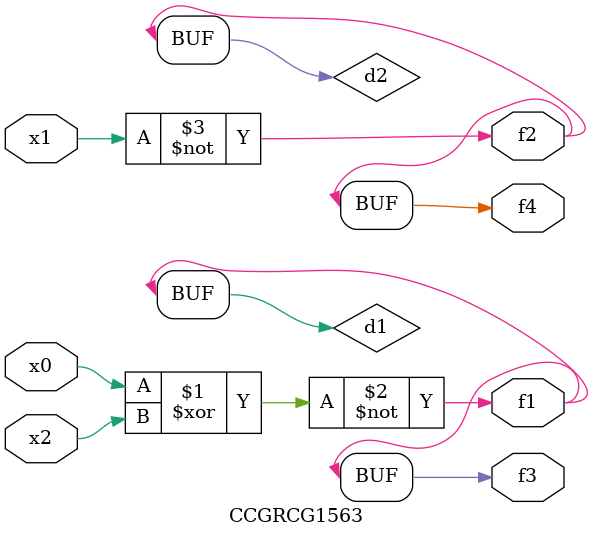
<source format=v>
module CCGRCG1563(
	input x0, x1, x2,
	output f1, f2, f3, f4
);

	wire d1, d2, d3;

	xnor (d1, x0, x2);
	nand (d2, x1);
	nor (d3, x1, x2);
	assign f1 = d1;
	assign f2 = d2;
	assign f3 = d1;
	assign f4 = d2;
endmodule

</source>
